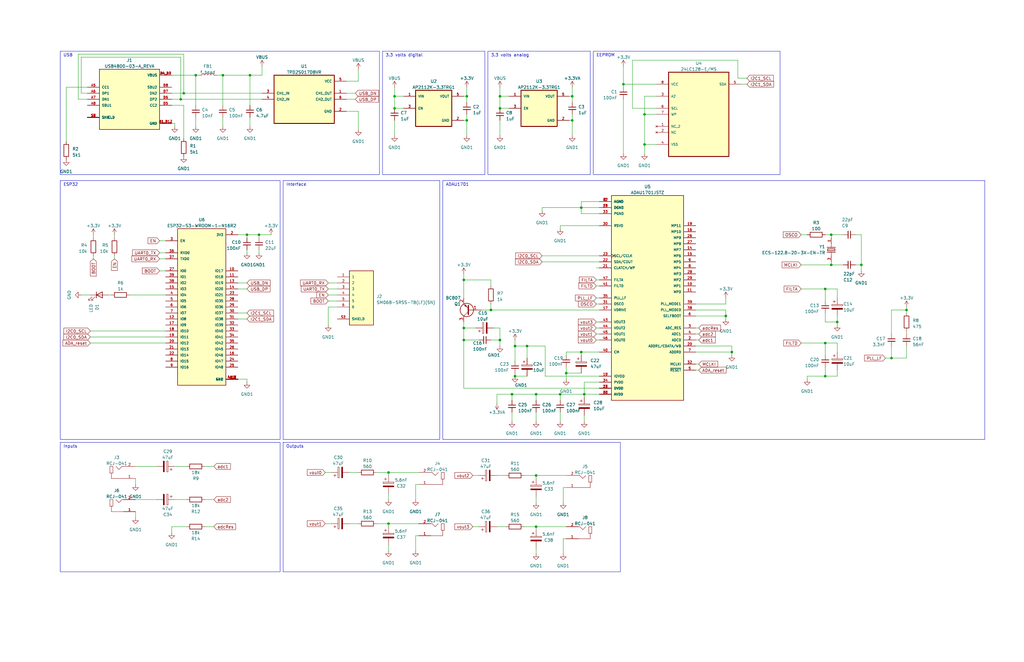
<source format=kicad_sch>
(kicad_sch (version 20230121) (generator eeschema)
  (paper "User" 431.8 279.4)
  (title_block (title "EasyDSP mainboard v0.1"))
  (junction (at 382.27 130.81))
  (junction (at 222.25 146.05))
  (junction (at 207.01 130.81))
  (junction (at 238.76 157.48))
  (junction (at 347.98 144.78))
  (junction (at 226.06 222.25))
  (junction (at 245.11 87.63))
  (junction (at 347.98 158.75))
  (junction (at 226.06 166.37))
  (junction (at 353.06 135.89))
  (junction (at 271.78 48.26))
  (junction (at 271.78 60.96))
  (junction (at 241.3 40.64))
  (junction (at 166.37 45.72))
  (junction (at 245.11 148.59))
  (junction (at 350.52 99.06))
  (junction (at 163.83 199.39))
  (junction (at 166.37 40.64))
  (junction (at 308.61 148.59))
  (junction (at 195.58 118.11))
  (junction (at 210.82 45.72))
  (junction (at 82.55 31.75))
  (junction (at 347.98 121.92))
  (junction (at 77.47 39.37))
  (junction (at 236.22 166.37))
  (junction (at 226.06 200.66))
  (junction (at 195.58 138.43))
  (junction (at 195.58 143.51))
  (junction (at 306.07 133.35))
  (junction (at 93.98 31.75))
  (junction (at 210.82 40.64))
  (junction (at 363.22 111.76))
  (junction (at 105.41 31.75))
  (junction (at 217.17 146.05))
  (junction (at 163.83 220.98))
  (junction (at 241.3 50.8))
  (junction (at 217.17 158.75))
  (junction (at 109.22 99.06))
  (junction (at 196.85 50.8))
  (junction (at 210.82 143.51))
  (junction (at 215.9 166.37))
  (junction (at 104.14 99.06))
  (junction (at 350.52 111.76))
  (junction (at 246.38 166.37))
  (junction (at 375.92 151.13))
  (junction (at 196.85 40.64))
  (junction (at 76.2 41.91))
  (junction (at 262.89 35.56))
  (wire (pts (xy 72.39 41.91) (xy 76.2 41.91)))
  (wire (pts (xy 57.15 215.9) (xy 57.15 218.44)))
  (wire (pts (xy 347.98 121.92) (xy 347.98 127)))
  (wire (pts (xy 337.82 111.76) (xy 350.52 111.76)))
  (wire (pts (xy 34.29 39.37) (xy 34.29 24.13)))
  (wire (pts (xy 209.55 170.18) (xy 209.55 166.37)))
  (wire (pts (xy 210.82 36.83) (xy 210.82 40.64)))
  (wire (pts (xy 67.31 114.3) (xy 69.85 114.3)))
  (wire (pts (xy 195.58 135.89) (xy 195.58 138.43)))
  (wire (pts (xy 138.43 124.46) (xy 142.24 124.46)))
  (wire (pts (xy 100.33 119.38) (xy 104.14 119.38)))
  (wire (pts (xy 158.75 199.39) (xy 163.83 199.39)))
  (wire (pts (xy 207.01 118.11) (xy 195.58 118.11)))
  (wire (pts (xy 363.22 111.76) (xy 363.22 114.3)))
  (wire (pts (xy 236.22 166.37) (xy 236.22 168.91)))
  (wire (pts (xy 347.98 154.94) (xy 347.98 158.75)))
  (wire (pts (xy 73.66 210.82) (xy 78.74 210.82)))
  (wire (pts (xy 228.6 87.63) (xy 228.6 88.9)))
  (wire (pts (xy 363.22 99.06) (xy 363.22 111.76)))
  (wire (pts (xy 82.55 31.75) (xy 83.82 31.75)))
  (wire (pts (xy 241.3 40.64) (xy 241.3 43.18)))
  (wire (pts (xy 350.52 111.76) (xy 355.6 111.76)))
  (wire (pts (xy 207.01 128.27) (xy 207.01 130.81)))
  (wire (pts (xy 241.3 50.8) (xy 241.3 57.15)))
  (wire (pts (xy 195.58 138.43) (xy 195.58 143.51)))
  (wire (pts (xy 306.07 125.73) (xy 306.07 128.27)))
  (wire (pts (xy 195.58 118.11) (xy 195.58 125.73)))
  (wire (pts (xy 236.22 95.25) (xy 252.73 95.25)))
  (wire (pts (xy 238.76 148.59) (xy 245.11 148.59)))
  (wire (pts (xy 382.27 139.7) (xy 382.27 140.97)))
  (wire (pts (xy 217.17 158.75) (xy 222.25 158.75)))
  (wire (pts (xy 215.9 173.99) (xy 215.9 177.8)))
  (wire (pts (xy 245.11 85.09) (xy 245.11 87.63)))
  (wire (pts (xy 163.83 220.98) (xy 176.53 220.98)))
  (wire (pts (xy 222.25 146.05) (xy 222.25 151.13)))
  (wire (pts (xy 222.25 146.05) (xy 217.17 146.05)))
  (wire (pts (xy 207.01 118.11) (xy 207.01 120.65)))
  (wire (pts (xy 293.37 133.35) (xy 306.07 133.35)))
  (wire (pts (xy 353.06 144.78) (xy 347.98 144.78)))
  (wire (pts (xy 238.76 149.86) (xy 238.76 148.59)))
  (wire (pts (xy 105.41 31.75) (xy 105.41 44.45)))
  (wire (pts (xy 210.82 40.64) (xy 210.82 45.72)))
  (wire (pts (xy 246.38 167.64) (xy 246.38 166.37)))
  (wire (pts (xy 228.6 107.95) (xy 252.73 107.95)))
  (wire (pts (xy 93.98 31.75) (xy 105.41 31.75)))
  (wire (pts (xy 276.86 45.72) (xy 266.7 45.72)))
  (wire (pts (xy 306.07 130.81) (xy 306.07 133.35)))
  (wire (pts (xy 350.52 99.06) (xy 355.6 99.06)))
  (wire (pts (xy 353.06 135.89) (xy 347.98 135.89)))
  (wire (pts (xy 195.58 143.51) (xy 195.58 163.83)))
  (wire (pts (xy 195.58 50.8) (xy 196.85 50.8)))
  (wire (pts (xy 76.2 24.13) (xy 76.2 41.91)))
  (wire (pts (xy 262.89 64.77) (xy 262.89 41.91)))
  (wire (pts (xy 245.11 157.48) (xy 238.76 157.48)))
  (wire (pts (xy 207.01 130.81) (xy 252.73 130.81)))
  (wire (pts (xy 175.26 232.41) (xy 175.26 226.06)))
  (wire (pts (xy 293.37 140.97) (xy 294.64 140.97)))
  (wire (pts (xy 347.98 144.78) (xy 347.98 149.86)))
  (wire (pts (xy 210.82 143.51) (xy 210.82 146.05)))
  (wire (pts (xy 375.92 151.13) (xy 375.92 146.05)))
  (wire (pts (xy 138.43 129.54) (xy 142.24 129.54)))
  (wire (pts (xy 104.14 105.41) (xy 104.14 106.68)))
  (wire (pts (xy 217.17 146.05) (xy 217.17 152.4)))
  (wire (pts (xy 217.17 157.48) (xy 217.17 158.75)))
  (wire (pts (xy 138.43 137.16) (xy 138.43 129.54)))
  (wire (pts (xy 226.06 209.55) (xy 226.06 212.09)))
  (wire (pts (xy 353.06 156.21) (xy 353.06 158.75)))
  (wire (pts (xy 82.55 49.53) (xy 82.55 53.34)))
  (wire (pts (xy 347.98 99.06) (xy 350.52 99.06)))
  (wire (pts (xy 238.76 154.94) (xy 238.76 157.48)))
  (wire (pts (xy 163.83 229.87) (xy 163.83 232.41)))
  (wire (pts (xy 163.83 199.39) (xy 176.53 199.39)))
  (wire (pts (xy 100.33 121.92) (xy 104.14 121.92)))
  (wire (pts (xy 175.26 204.47) (xy 176.53 204.47)))
  (wire (pts (xy 220.98 222.25) (xy 226.06 222.25)))
  (wire (pts (xy 73.66 52.07) (xy 73.66 53.34)))
  (wire (pts (xy 210.82 138.43) (xy 210.82 143.51)))
  (wire (pts (xy 73.66 196.85) (xy 78.74 196.85)))
  (wire (pts (xy 86.36 210.82) (xy 90.17 210.82)))
  (wire (pts (xy 86.36 196.85) (xy 90.17 196.85)))
  (wire (pts (xy 245.11 85.09) (xy 252.73 85.09)))
  (wire (pts (xy 251.46 118.11) (xy 252.73 118.11)))
  (wire (pts (xy 36.83 39.37) (xy 34.29 39.37)))
  (wire (pts (xy 199.39 200.66) (xy 201.93 200.66)))
  (wire (pts (xy 138.43 119.38) (xy 142.24 119.38)))
  (wire (pts (xy 271.78 48.26) (xy 271.78 60.96)))
  (wire (pts (xy 375.92 140.97) (xy 375.92 130.81)))
  (wire (pts (xy 72.39 44.45) (xy 77.47 44.45)))
  (wire (pts (xy 57.15 201.93) (xy 57.15 204.47)))
  (wire (pts (xy 93.98 49.53) (xy 93.98 53.34)))
  (wire (pts (xy 251.46 128.27) (xy 252.73 128.27)))
  (wire (pts (xy 262.89 35.56) (xy 276.86 35.56)))
  (wire (pts (xy 214.63 45.72) (xy 210.82 45.72)))
  (wire (pts (xy 262.89 27.94) (xy 262.89 35.56)))
  (wire (pts (xy 241.3 36.83) (xy 241.3 40.64)))
  (wire (pts (xy 196.85 40.64) (xy 196.85 43.18)))
  (wire (pts (xy 38.1 142.24) (xy 69.85 142.24)))
  (wire (pts (xy 251.46 140.97) (xy 252.73 140.97)))
  (wire (pts (xy 226.06 166.37) (xy 226.06 168.91)))
  (wire (pts (xy 246.38 166.37) (xy 236.22 166.37)))
  (wire (pts (xy 57.15 210.82) (xy 66.04 210.82)))
  (wire (pts (xy 203.2 130.81) (xy 207.01 130.81)))
  (wire (pts (xy 237.49 212.09) (xy 237.49 205.74)))
  (wire (pts (xy 311.15 25.4) (xy 311.15 33.02)))
  (wire (pts (xy 226.06 222.25) (xy 238.76 222.25)))
  (wire (pts (xy 109.22 99.06) (xy 114.3 99.06)))
  (wire (pts (xy 195.58 115.57) (xy 195.58 118.11)))
  (wire (pts (xy 36.83 41.91) (xy 33.02 41.91)))
  (wire (pts (xy 199.39 222.25) (xy 201.93 222.25)))
  (wire (pts (xy 245.11 87.63) (xy 252.73 87.63)))
  (wire (pts (xy 229.87 158.75) (xy 229.87 146.05)))
  (wire (pts (xy 293.37 153.67) (xy 294.64 153.67)))
  (wire (pts (xy 337.82 99.06) (xy 340.36 99.06)))
  (wire (pts (xy 196.85 48.26) (xy 196.85 50.8)))
  (wire (pts (xy 308.61 148.59) (xy 308.61 149.86)))
  (wire (pts (xy 353.06 133.35) (xy 353.06 135.89)))
  (wire (pts (xy 271.78 40.64) (xy 271.78 48.26)))
  (wire (pts (xy 252.73 158.75) (xy 229.87 158.75)))
  (wire (pts (xy 293.37 128.27) (xy 306.07 128.27)))
  (wire (pts (xy 226.06 200.66) (xy 226.06 201.93)))
  (wire (pts (xy 251.46 120.65) (xy 252.73 120.65)))
  (wire (pts (xy 195.58 163.83) (xy 252.73 163.83)))
  (wire (pts (xy 251.46 138.43) (xy 252.73 138.43)))
  (wire (pts (xy 226.06 231.14) (xy 226.06 233.68)))
  (wire (pts (xy 311.15 33.02) (xy 314.96 33.02)))
  (wire (pts (xy 100.33 132.08) (xy 104.14 132.08)))
  (wire (pts (xy 240.03 40.64) (xy 241.3 40.64)))
  (wire (pts (xy 237.49 205.74) (xy 238.76 205.74)))
  (wire (pts (xy 293.37 156.21) (xy 294.64 156.21)))
  (wire (pts (xy 228.6 110.49) (xy 252.73 110.49)))
  (wire (pts (xy 147.32 220.98) (xy 151.13 220.98)))
  (wire (pts (xy 33.02 41.91) (xy 33.02 22.86)))
  (wire (pts (xy 353.06 121.92) (xy 347.98 121.92)))
  (wire (pts (xy 38.1 124.46) (xy 34.29 124.46)))
  (wire (pts (xy 34.29 24.13) (xy 76.2 24.13)))
  (wire (pts (xy 86.36 222.25) (xy 90.17 222.25)))
  (wire (pts (xy 36.83 36.83) (xy 27.94 36.83)))
  (wire (pts (xy 82.55 31.75) (xy 82.55 44.45)))
  (wire (pts (xy 293.37 146.05) (xy 308.61 146.05)))
  (wire (pts (xy 170.18 40.64) (xy 166.37 40.64)))
  (wire (pts (xy 57.15 196.85) (xy 66.04 196.85)))
  (wire (pts (xy 104.14 160.02) (xy 104.14 161.29)))
  (wire (pts (xy 175.26 226.06) (xy 176.53 226.06)))
  (wire (pts (xy 105.41 31.75) (xy 110.49 31.75)))
  (wire (pts (xy 241.3 48.26) (xy 241.3 50.8)))
  (wire (pts (xy 340.36 158.75) (xy 340.36 160.02)))
  (wire (pts (xy 251.46 125.73) (xy 252.73 125.73)))
  (wire (pts (xy 166.37 36.83) (xy 166.37 40.64)))
  (wire (pts (xy 151.13 46.99) (xy 146.05 46.99)))
  (wire (pts (xy 350.52 111.76) (xy 350.52 110.49)))
  (wire (pts (xy 175.26 210.82) (xy 175.26 204.47)))
  (wire (pts (xy 360.68 99.06) (xy 363.22 99.06)))
  (wire (pts (xy 109.22 99.06) (xy 109.22 100.33)))
  (wire (pts (xy 209.55 200.66) (xy 213.36 200.66)))
  (wire (pts (xy 245.11 87.63) (xy 245.11 90.17)))
  (wire (pts (xy 252.73 90.17) (xy 245.11 90.17)))
  (wire (pts (xy 151.13 29.21) (xy 151.13 34.29)))
  (wire (pts (xy 163.83 199.39) (xy 163.83 200.66)))
  (wire (pts (xy 163.83 208.28) (xy 163.83 210.82)))
  (wire (pts (xy 245.11 87.63) (xy 228.6 87.63)))
  (wire (pts (xy 347.98 132.08) (xy 347.98 135.89)))
  (wire (pts (xy 226.06 173.99) (xy 226.06 177.8)))
  (wire (pts (xy 67.31 106.68) (xy 69.85 106.68)))
  (wire (pts (xy 210.82 50.8) (xy 210.82 57.15)))
  (wire (pts (xy 251.46 135.89) (xy 252.73 135.89)))
  (wire (pts (xy 293.37 130.81) (xy 306.07 130.81)))
  (wire (pts (xy 73.66 52.07) (xy 72.39 52.07)))
  (wire (pts (xy 100.33 134.62) (xy 104.14 134.62)))
  (wire (pts (xy 91.44 31.75) (xy 93.98 31.75)))
  (wire (pts (xy 252.73 148.59) (xy 245.11 148.59)))
  (wire (pts (xy 276.86 40.64) (xy 271.78 40.64)))
  (wire (pts (xy 195.58 40.64) (xy 196.85 40.64)))
  (wire (pts (xy 100.33 99.06) (xy 104.14 99.06)))
  (wire (pts (xy 67.31 101.6) (xy 69.85 101.6)))
  (wire (pts (xy 266.7 45.72) (xy 266.7 25.4)))
  (wire (pts (xy 245.11 148.59) (xy 245.11 149.86)))
  (wire (pts (xy 246.38 161.29) (xy 252.73 161.29)))
  (wire (pts (xy 100.33 160.02) (xy 104.14 160.02)))
  (wire (pts (xy 353.06 125.73) (xy 353.06 121.92)))
  (wire (pts (xy 373.38 151.13) (xy 375.92 151.13)))
  (wire (pts (xy 306.07 133.35) (xy 306.07 134.62)))
  (wire (pts (xy 67.31 109.22) (xy 69.85 109.22)))
  (wire (pts (xy 93.98 31.75) (xy 93.98 44.45)))
  (wire (pts (xy 137.16 199.39) (xy 139.7 199.39)))
  (wire (pts (xy 240.03 50.8) (xy 241.3 50.8)))
  (wire (pts (xy 293.37 138.43) (xy 294.64 138.43)))
  (wire (pts (xy 138.43 121.92) (xy 142.24 121.92)))
  (wire (pts (xy 77.47 39.37) (xy 110.49 39.37)))
  (wire (pts (xy 46.99 124.46) (xy 45.72 124.46)))
  (wire (pts (xy 158.75 220.98) (xy 163.83 220.98)))
  (wire (pts (xy 271.78 60.96) (xy 276.86 60.96)))
  (wire (pts (xy 151.13 46.99) (xy 151.13 54.61)))
  (wire (pts (xy 48.26 99.06) (xy 48.26 100.33)))
  (wire (pts (xy 236.22 173.99) (xy 236.22 177.8)))
  (wire (pts (xy 38.1 139.7) (xy 69.85 139.7)))
  (wire (pts (xy 246.38 161.29) (xy 246.38 166.37)))
  (wire (pts (xy 347.98 158.75) (xy 353.06 158.75)))
  (wire (pts (xy 77.47 22.86) (xy 77.47 39.37)))
  (wire (pts (xy 166.37 40.64) (xy 166.37 45.72)))
  (wire (pts (xy 382.27 146.05) (xy 382.27 151.13)))
  (wire (pts (xy 251.46 143.51) (xy 252.73 143.51)))
  (wire (pts (xy 246.38 166.37) (xy 252.73 166.37)))
  (wire (pts (xy 382.27 151.13) (xy 375.92 151.13)))
  (wire (pts (xy 146.05 39.37) (xy 149.86 39.37)))
  (wire (pts (xy 163.83 220.98) (xy 163.83 222.25)))
  (wire (pts (xy 207.01 143.51) (xy 210.82 143.51)))
  (wire (pts (xy 208.28 138.43) (xy 210.82 138.43)))
  (wire (pts (xy 271.78 48.26) (xy 276.86 48.26)))
  (wire (pts (xy 72.39 224.79) (xy 72.39 222.25)))
  (wire (pts (xy 138.43 127) (xy 142.24 127)))
  (wire (pts (xy 262.89 35.56) (xy 262.89 36.83)))
  (wire (pts (xy 110.49 27.94) (xy 110.49 31.75)))
  (wire (pts (xy 48.26 107.95) (xy 48.26 109.22)))
  (wire (pts (xy 229.87 146.05) (xy 222.25 146.05)))
  (wire (pts (xy 353.06 148.59) (xy 353.06 144.78)))
  (wire (pts (xy 72.39 31.75) (xy 82.55 31.75)))
  (wire (pts (xy 293.37 148.59) (xy 308.61 148.59)))
  (wire (pts (xy 104.14 99.06) (xy 104.14 100.33)))
  (wire (pts (xy 151.13 34.29) (xy 146.05 34.29)))
  (wire (pts (xy 375.92 130.81) (xy 382.27 130.81)))
  (wire (pts (xy 72.39 222.25) (xy 78.74 222.25)))
  (wire (pts (xy 347.98 158.75) (xy 340.36 158.75)))
  (wire (pts (xy 147.32 199.39) (xy 151.13 199.39)))
  (wire (pts (xy 237.49 233.68) (xy 237.49 227.33)))
  (wire (pts (xy 350.52 100.33) (xy 350.52 99.06)))
  (wire (pts (xy 238.76 157.48) (xy 238.76 160.02)))
  (wire (pts (xy 308.61 146.05) (xy 308.61 148.59)))
  (wire (pts (xy 195.58 138.43) (xy 200.66 138.43)))
  (wire (pts (xy 236.22 95.25) (xy 236.22 96.52)))
  (wire (pts (xy 217.17 143.51) (xy 217.17 146.05)))
  (wire (pts (xy 196.85 36.83) (xy 196.85 40.64)))
  (wire (pts (xy 237.49 227.33) (xy 238.76 227.33)))
  (wire (pts (xy 266.7 25.4) (xy 311.15 25.4)))
  (wire (pts (xy 33.02 22.86) (xy 77.47 22.86)))
  (wire (pts (xy 195.58 143.51) (xy 201.93 143.51)))
  (wire (pts (xy 39.37 99.06) (xy 39.37 100.33)))
  (wire (pts (xy 77.47 44.45) (xy 77.47 58.42)))
  (wire (pts (xy 215.9 166.37) (xy 215.9 168.91)))
  (wire (pts (xy 226.06 200.66) (xy 238.76 200.66)))
  (wire (pts (xy 146.05 41.91) (xy 149.86 41.91)))
  (wire (pts (xy 54.61 124.46) (xy 69.85 124.46)))
  (wire (pts (xy 337.82 121.92) (xy 347.98 121.92)))
  (wire (pts (xy 76.2 41.91) (xy 110.49 41.91)))
  (wire (pts (xy 246.38 175.26) (xy 246.38 177.8)))
  (wire (pts (xy 293.37 143.51) (xy 294.64 143.51)))
  (wire (pts (xy 104.14 99.06) (xy 109.22 99.06)))
  (wire (pts (xy 27.94 36.83) (xy 27.94 59.69)))
  (wire (pts (xy 312.42 35.56) (xy 314.96 35.56)))
  (wire (pts (xy 236.22 166.37) (xy 226.06 166.37)))
  (wire (pts (xy 109.22 105.41) (xy 109.22 106.68)))
  (wire (pts (xy 226.06 166.37) (xy 215.9 166.37)))
  (wire (pts (xy 166.37 50.8) (xy 166.37 57.15)))
  (wire (pts (xy 137.16 220.98) (xy 139.7 220.98)))
  (wire (pts (xy 226.06 222.25) (xy 226.06 223.52)))
  (wire (pts (xy 360.68 111.76) (xy 363.22 111.76)))
  (wire (pts (xy 72.39 39.37) (xy 77.47 39.37)))
  (wire (pts (xy 353.06 135.89) (xy 353.06 137.16)))
  (wire (pts (xy 382.27 129.54) (xy 382.27 130.81)))
  (wire (pts (xy 337.82 144.78) (xy 347.98 144.78)))
  (wire (pts (xy 105.41 49.53) (xy 105.41 53.34)))
  (wire (pts (xy 196.85 50.8) (xy 196.85 57.15)))
  (wire (pts (xy 209.55 222.25) (xy 213.36 222.25)))
  (wire (pts (xy 382.27 130.81) (xy 382.27 132.08)))
  (wire (pts (xy 271.78 60.96) (xy 271.78 64.77)))
  (wire (pts (xy 220.98 200.66) (xy 226.06 200.66)))
  (wire (pts (xy 251.46 113.03) (xy 252.73 113.03)))
  (wire (pts (xy 38.1 144.78) (xy 69.85 144.78)))
  (wire (pts (xy 39.37 107.95) (xy 39.37 109.22)))
  (wire (pts (xy 214.63 40.64) (xy 210.82 40.64)))
  (wire (pts (xy 170.18 45.72) (xy 166.37 45.72)))
  (wire (pts (xy 215.9 166.37) (xy 209.55 166.37)))
  (rectangle (start 205.74 21.59) (end 248.92 73.66))
  (rectangle (start 119.38 76.2) (end 185.42 185.42))
  (rectangle (start 186.69 76.2) (end 415.29 185.42))
  (rectangle (start 119.38 186.69) (end 261.62 241.3))
  (rectangle (start 25.4 76.2) (end 118.11 185.42))
  (rectangle (start 25.4 186.69) (end 118.11 241.3))
  (rectangle (start 25.4 21.59) (end 160.02 73.66))
  (rectangle (start 161.29 21.59) (end 204.47 73.66))
  (rectangle (start 250.19 21.59) (end 328.93 73.66))
  (text "Interface" (at 120.65 78.74 0) (effects (font (size 1.27 1.27)) (justify left bottom)))
  (text "Inputs" (at 26.67 189.23 0) (effects (font (size 1.27 1.27)) (justify left bottom)))
  (text "Outputs" (at 120.65 189.23 0) (effects (font (size 1.27 1.27)) (justify left bottom)))
  (text "ADAU1701" (at 187.96 78.74 0) (effects (font (size 1.27 1.27)) (justify left bottom)))
  (text "3.3 volts analog" (at 207.01 24.13 0) (effects (font (size 1.27 1.27)) (justify left bottom)))
  (text "3.3 volts digital" (at 162.56 24.13 0) (effects (font (size 1.27 1.27)) (justify left bottom)))
  (text "EEPROM" (at 251.46 24.13 0) (effects (font (size 1.27 1.27)) (justify left bottom)))
  (text "ESP32" (at 26.67 78.74 0) (effects (font (size 1.27 1.27)) (justify left bottom)))
  (text "USB" (at 26.67 24.13 0) (effects (font (size 1.27 1.27)) (justify left bottom)))
  (global_label "PLL_LF" (shape input) (at 251.46 125.73 180) (property "Intersheetrefs" "${INTERSHEET_REFS}" (effects hide)))
  (global_label "adc2" (shape input) (at 294.64 140.97 0) (property "Intersheetrefs" "${INTERSHEET_REFS}" (effects hide)))
  (global_label "USB_DN" (shape input) (at 149.86 39.37 0) (property "Intersheetrefs" "${INTERSHEET_REFS}" (effects hide)))
  (global_label "ADA_reset" (shape input) (at 294.64 156.21 0) (property "Intersheetrefs" "${INTERSHEET_REFS}" (effects hide)))
  (global_label "EN" (shape input) (at 48.26 109.22 270) (property "Intersheetrefs" "${INTERSHEET_REFS}" (effects hide)))
  (global_label "I2C1_SDA" (shape input) (at 314.96 35.56 0) (property "Intersheetrefs" "${INTERSHEET_REFS}" (effects hide)))
  (global_label "I2C0_SDA" (shape input) (at 228.6 110.49 180) (property "Intersheetrefs" "${INTERSHEET_REFS}" (effects hide)))
  (global_label "UART0_RX" (shape input) (at 138.43 119.38 180) (property "Intersheetrefs" "${INTERSHEET_REFS}" (effects hide)))
  (global_label "UART0_RX" (shape input) (at 67.31 109.22 180) (property "Intersheetrefs" "${INTERSHEET_REFS}" (effects hide)))
  (global_label "I2C1_SCL" (shape input) (at 104.14 132.08 0) (property "Intersheetrefs" "${INTERSHEET_REFS}" (effects hide)))
  (global_label "USB_DP" (shape input) (at 149.86 41.91 0) (property "Intersheetrefs" "${INTERSHEET_REFS}" (effects hide)))
  (global_label "ADA_reset" (shape input) (at 38.1 144.78 180) (property "Intersheetrefs" "${INTERSHEET_REFS}" (effects hide)))
  (global_label "USB_DN" (shape input) (at 104.14 119.38 0) (property "Intersheetrefs" "${INTERSHEET_REFS}" (effects hide)))
  (global_label "MCLKI" (shape input) (at 294.64 153.67 0) (property "Intersheetrefs" "${INTERSHEET_REFS}" (effects hide)))
  (global_label "I2C1_SDA" (shape input) (at 104.14 134.62 0) (property "Intersheetrefs" "${INTERSHEET_REFS}" (effects hide)))
  (global_label "BOOT" (shape input) (at 39.37 109.22 270) (property "Intersheetrefs" "${INTERSHEET_REFS}" (effects hide)))
  (global_label "FILTD" (shape input) (at 251.46 120.65 180) (property "Intersheetrefs" "${INTERSHEET_REFS}" (effects hide)))
  (global_label "vout0" (shape input) (at 251.46 143.51 180) (property "Intersheetrefs" "${INTERSHEET_REFS}" (effects hide)))
  (global_label "adc1" (shape input) (at 90.17 196.85 0) (property "Intersheetrefs" "${INTERSHEET_REFS}" (effects hide)))
  (global_label "PLL_LF" (shape input) (at 373.38 151.13 180) (property "Intersheetrefs" "${INTERSHEET_REFS}" (effects hide)))
  (global_label "vout2" (shape input) (at 251.46 138.43 180) (property "Intersheetrefs" "${INTERSHEET_REFS}" (effects hide)))
  (global_label "MCLKI" (shape input) (at 337.82 111.76 180) (property "Intersheetrefs" "${INTERSHEET_REFS}" (effects hide)))
  (global_label "BOOT" (shape input) (at 67.31 114.3 180) (property "Intersheetrefs" "${INTERSHEET_REFS}" (effects hide)))
  (global_label "adc2" (shape input) (at 90.17 210.82 0) (property "Intersheetrefs" "${INTERSHEET_REFS}" (effects hide)))
  (global_label "FILTA" (shape input) (at 337.82 121.92 180) (property "Intersheetrefs" "${INTERSHEET_REFS}" (effects hide)))
  (global_label "vout0" (shape input) (at 137.16 199.39 180) (property "Intersheetrefs" "${INTERSHEET_REFS}" (effects hide)))
  (global_label "FILTD" (shape input) (at 337.82 144.78 180) (property "Intersheetrefs" "${INTERSHEET_REFS}" (effects hide)))
  (global_label "vout1" (shape input) (at 251.46 140.97 180) (property "Intersheetrefs" "${INTERSHEET_REFS}" (effects hide)))
  (global_label "USB_DP" (shape input) (at 104.14 121.92 0) (property "Intersheetrefs" "${INTERSHEET_REFS}" (effects hide)))
  (global_label "OSCO" (shape input) (at 251.46 128.27 180) (property "Intersheetrefs" "${INTERSHEET_REFS}" (effects hide)))
  (global_label "EN" (shape input) (at 138.43 124.46 180) (property "Intersheetrefs" "${INTERSHEET_REFS}" (effects hide)))
  (global_label "adcRes" (shape input) (at 90.17 222.25 0) (property "Intersheetrefs" "${INTERSHEET_REFS}" (effects hide)))
  (global_label "vout1" (shape input) (at 137.16 220.98 180) (property "Intersheetrefs" "${INTERSHEET_REFS}" (effects hide)))
  (global_label "FILTA" (shape input) (at 251.46 118.11 180) (property "Intersheetrefs" "${INTERSHEET_REFS}" (effects hide)))
  (global_label "UART0_TX" (shape input) (at 67.31 106.68 180) (property "Intersheetrefs" "${INTERSHEET_REFS}" (effects hide)))
  (global_label "I2C0_SDA" (shape input) (at 38.1 142.24 180) (property "Intersheetrefs" "${INTERSHEET_REFS}" (effects hide)))
  (global_label "vout3" (shape input) (at 251.46 135.89 180) (property "Intersheetrefs" "${INTERSHEET_REFS}" (effects hide)))
  (global_label "OSCO" (shape input) (at 337.82 99.06 180) (property "Intersheetrefs" "${INTERSHEET_REFS}" (effects hide)))
  (global_label "I2C1_SCL" (shape input) (at 314.96 33.02 0) (property "Intersheetrefs" "${INTERSHEET_REFS}" (effects hide)))
  (global_label "I2C0_SCL" (shape input) (at 38.1 139.7 180) (property "Intersheetrefs" "${INTERSHEET_REFS}" (effects hide)))
  (global_label "BOOT" (shape input) (at 138.43 127 180) (property "Intersheetrefs" "${INTERSHEET_REFS}" (effects hide)))
  (global_label "EN" (shape input) (at 67.31 101.6 180) (property "Intersheetrefs" "${INTERSHEET_REFS}" (effects hide)))
  (global_label "I2C0_SCL" (shape input) (at 228.6 107.95 180) (property "Intersheetrefs" "${INTERSHEET_REFS}" (effects hide)))
  (global_label "adc1" (shape input) (at 294.64 143.51 0) (property "Intersheetrefs" "${INTERSHEET_REFS}" (effects hide)))
  (global_label "vout2" (shape input) (at 199.39 200.66 180) (property "Intersheetrefs" "${INTERSHEET_REFS}" (effects hide)))
  (global_label "UART0_TX" (shape input) (at 138.43 121.92 180) (property "Intersheetrefs" "${INTERSHEET_REFS}" (effects hide)))
  (global_label "vout3" (shape input) (at 199.39 222.25 180) (property "Intersheetrefs" "${INTERSHEET_REFS}" (effects hide)))
  (global_label "adcRes" (shape input) (at 294.64 138.43 0) (property "Intersheetrefs" "${INTERSHEET_REFS}" (effects hide)))
  (symbol (lib_id "Device:C_Polarized") (at 222.25 154.94 0) (unit 1)
    (property "Reference" "C24" (at 224.79 153.67 0) (effects (justify left)))
    (property "Value" "10uF" (at 224.79 156.21 0) (effects (justify left)))
    (property "Footprint" "Capacitor_Tantalum_SMD:CP_EIA-1608-08_AVX-J" (effects hide))
  )
  (symbol (lib_id "power:GND1") (at 246.38 177.8 0) (unit 1)
    (property "Reference" "#PWR047" (effects hide))
    (property "Value" "GND1" (at 246.38 182.88 0))
  )
  (symbol (lib_id "power:+3.3V") (at 306.07 125.73 0) (unit 1)
    (property "Reference" "#PWR031" (effects hide))
    (property "Value" "+3.3V" (at 306.07 121.92 0))
  )
  (symbol (lib_id "Device:C_Polarized") (at 205.74 200.66 90) (unit 1)
    (property "Reference" "C31" (at 204.851 194.31 90))
    (property "Value" "47uF" (at 204.851 196.85 90))
    (property "Footprint" "Capacitor_SMD:CP_Elec_5x4.5" (effects hide))
  )
  (symbol (lib_id "power:GND1") (at 163.83 232.41 0) (unit 1)
    (property "Reference" "#PWR055" (effects hide))
    (property "Value" "GND1" (at 163.83 237.49 0))
  )
  (symbol (lib_id "ECS-122.8-20-3X-EN-TR:ECS-122.8-20-3X-EN-TR") (at 350.52 105.41 270) (unit 1)
    (property "Reference" "Y1" (at 345.44 104.14 90) (effects (justify left)))
    (property "Value" "ECS-122.8-20-3X-EN-TR" (at 321.31 106.68 90) (effects (justify left)))
    (property "Footprint" "XTAL_ECS-122.8-20-3X-EN-TR" (effects hide))
    (property "PARTREV" "2017" (effects hide))
    (property "MANUFACTURER" "ECS INC." (effects hide))
    (property "STANDARD" "Manufacturer recommendations" (effects hide))
  )
  (symbol (lib_id "power:GND1") (at 72.39 224.79 0) (unit 1)
    (property "Reference" "#PWR054" (effects hide))
    (property "Value" "GND1" (at 72.39 229.87 0))
  )
  (symbol (lib_id "power:GND1") (at 175.26 232.41 0) (unit 1)
    (property "Reference" "#PWR056" (effects hide))
    (property "Value" "GND1" (at 175.26 237.49 0))
  )
  (symbol (lib_id "power:GND1") (at 363.22 114.3 0) (unit 1)
    (property "Reference" "#PWR028" (effects hide))
    (property "Value" "GND1" (at 363.22 119.38 0))
  )
  (symbol (lib_id "power:+3.3V") (at 114.3 99.06 0) (unit 1)
    (property "Reference" "#PWR025" (effects hide))
    (property "Value" "+3.3V" (at 114.3 95.25 0))
  )
  (symbol (lib_id "AP2112K-3.3TRG1:AP2112K-3.3TRG1") (at 182.88 45.72 0) (unit 1)
    (property "Reference" "U2" (at 182.88 34.29 0))
    (property "Value" "AP2112K-3.3TRG1" (at 182.88 36.83 0))
    (property "Footprint" "SOT95P285X140-5N" (effects hide))
    (property "PARTREV" "2-2" (effects hide))
    (property "MANUFACTURER" "Diodes Inc." (effects hide))
  )
  (symbol (lib_id "power:GND1") (at 104.14 106.68 0) (unit 1)
    (property "Reference" "#PWR026" (effects hide))
    (property "Value" "GND1" (at 104.14 111.76 0))
  )
  (symbol (lib_id "Device:R") (at 77.47 62.23 0) (unit 1)
    (property "Reference" "R1" (at 80.01 61.595 0) (effects (justify left)))
    (property "Value" "5k1" (at 80.01 64.135 0) (effects (justify left)))
    (property "Footprint" "Resistor_SMD:R_0603_1608Metric" (effects hide))
  )
  (symbol (lib_id "Device:C_Small") (at 347.98 129.54 0) (mirror y) (unit 1)
    (property "Reference" "C13" (at 345.44 128.9113 0) (effects (justify left)))
    (property "Value" "100nF" (at 345.44 131.4513 0) (effects (justify left)))
    (property "Footprint" "Capacitor_SMD:C_0603_1608Metric" (effects hide))
  )
  (symbol (lib_id "Device:R") (at 382.27 135.89 0) (unit 1)
    (property "Reference" "R8" (at 384.81 135.255 0) (effects (justify left)))
    (property "Value" "475" (at 384.81 137.795 0) (effects (justify left)))
    (property "Footprint" "Resistor_SMD:R_0603_1608Metric" (effects hide))
  )
  (symbol (lib_id "power:GND1") (at 163.83 210.82 0) (unit 1)
    (property "Reference" "#PWR049" (effects hide))
    (property "Value" "GND1" (at 163.83 215.9 0))
  )
  (symbol (lib_id "TPD2S017DBVR:TPD2S017DBVR") (at 128.27 41.91 0) (unit 1)
    (property "Reference" "U1" (at 128.27 27.94 0))
    (property "Value" "TPD2S017DBVR" (at 128.27 30.48 0))
    (property "Footprint" "SOT95P280X145-6N" (effects hide))
  )
  (symbol (lib_id "power:GND1") (at 215.9 177.8 0) (unit 1)
    (property "Reference" "#PWR044" (effects hide))
    (property "Value" "GND1" (at 215.9 182.88 0))
  )
  (symbol (lib_id "24LC128-E_MS:24LC128-E{slash}MS") (at 294.64 45.72 0) (unit 1)
    (property "Reference" "U4" (at 294.64 26.67 0))
    (property "Value" "24LC128-E/MS" (at 294.64 29.21 0))
    (property "Footprint" "SOP65P490X110-8N" (effects hide))
    (property "SUPPLIER" "MICROCHIP" (effects hide))
    (property "OC_FARNELL" "1331325" (effects hide))
    (property "OC_NEWARK" "89C9806" (effects hide))
    (property "MPN" "24LC128-E/MS" (effects hide))
    (property "PACKAGE" "MSOP-8" (effects hide))
  )
  (symbol (lib_id "Device:C_Small") (at 82.55 46.99 0) (unit 1)
    (property "Reference" "C4" (at 85.09 46.3613 0) (effects (justify left)))
    (property "Value" "10nF" (at 85.09 48.9013 0) (effects (justify left)))
    (property "Footprint" "Capacitor_SMD:C_0603_1608Metric" (effects hide))
  )
  (symbol (lib_id "Device:R") (at 48.26 104.14 0) (mirror y) (unit 1)
    (property "Reference" "R5" (at 45.72 103.505 0) (effects (justify left)))
    (property "Value" "10k" (at 45.72 106.045 0) (effects (justify left)))
    (property "Footprint" "Resistor_SMD:R_0603_1608Metric" (effects hide))
  )
  (symbol (lib_id "Device:C_Small") (at 226.06 171.45 0) (unit 1)
    (property "Reference" "C26" (at 228.6 170.8213 0) (effects (justify left)))
    (property "Value" "100nF" (at 228.6 173.3613 0) (effects (justify left)))
    (property "Footprint" "Capacitor_SMD:C_0603_1608Metric" (effects hide))
  )
  (symbol (lib_id "Device:C_Small") (at 358.14 99.06 270) (mirror x) (unit 1)
    (property "Reference" "C9" (at 354.965 95.2437 90) (effects (justify left)))
    (property "Value" "22pF" (at 354.965 92.7037 90) (effects (justify left)))
    (property "Footprint" "Capacitor_SMD:C_0603_1608Metric" (effects hide))
  )
  (symbol (lib_id "power:GND1") (at 196.85 57.15 0) (unit 1)
    (property "Reference" "#PWR014" (effects hide))
    (property "Value" "GND1" (at 196.85 62.23 0))
  )
  (symbol (lib_id "power:VBUS") (at 151.13 29.21 0) (unit 1)
    (property "Reference" "#PWR03" (effects hide))
    (property "Value" "VBUS" (at 151.13 25.4 0))
  )
  (symbol (lib_id "Device:C_Polarized") (at 226.06 205.74 0) (unit 1)
    (property "Reference" "C33" (at 231.394 206.375 0))
    (property "Value" "5.6nF" (at 231.394 203.835 0))
    (property "Footprint" "Capacitor_Tantalum_SMD:CP_EIA-1608-08_AVX-J" (effects hide))
  )
  (symbol (lib_id "Device:C_Polarized") (at 353.06 152.4 0) (unit 1)
    (property "Reference" "C21" (at 355.6 151.13 0) (effects (justify left)))
    (property "Value" "10uF" (at 355.6 153.67 0) (effects (justify left)))
    (property "Footprint" "Capacitor_Tantalum_SMD:CP_EIA-1608-08_AVX-J" (effects hide))
  )
  (symbol (lib_id "Device:C_Small") (at 358.14 111.76 270) (unit 1)
    (property "Reference" "C12" (at 355.6 118.11 90) (effects (justify left)))
    (property "Value" "22pF" (at 355.6 115.57 90) (effects (justify left)))
    (property "Footprint" "Capacitor_SMD:C_0603_1608Metric" (effects hide))
  )
  (symbol (lib_id "power:GND1") (at 238.76 160.02 0) (unit 1)
    (property "Reference" "#PWR040" (effects hide))
    (property "Value" "GND1" (at 238.76 165.1 0))
  )
  (symbol (lib_id "Device:C_Polarized") (at 205.74 222.25 90) (unit 1)
    (property "Reference" "C36" (at 204.851 215.9 90))
    (property "Value" "47uF" (at 204.851 218.44 90))
    (property "Footprint" "Capacitor_SMD:CP_Elec_5x4.5" (effects hide))
  )
  (symbol (lib_id "power:VBUS") (at 166.37 36.83 0) (unit 1)
    (property "Reference" "#PWR04" (effects hide))
    (property "Value" "VBUS" (at 166.37 33.02 0))
  )
  (symbol (lib_id "RCJ-041:RCJ-041") (at 243.84 224.79 0) (mirror y) (unit 1)
    (property "Reference" "J8" (at 246.6975 218.44 0))
    (property "Value" "RCJ-041" (at 246.6975 220.98 0))
    (property "Footprint" "CUI_RCJ-041" (effects hide))
    (property "MF" "CUI Devices" (effects hide))
    (property "DESCRIPTION" "Metal Right-Angle, RCA Jack, Black Housing and Insulation" (effects hide))
    (property "PACKAGE" "None" (effects hide))
    (property "PRICE" "None" (effects hide))
    (property "CUI_PURCHASE_URL" "https://www.cuidevices.com/product/interconnect/connectors/rca-connectors/rcj-04-series?utm_source=snapeda.com&utm_medium=referral&utm_campaign=snapedaBOM" (effects hide))
    (property "MP" "RCJ-041" (effects hide))
    (property "AVAILABILITY" "Unavailable" (effects hide))
  )
  (symbol (lib_id "power:GND1") (at 73.66 53.34 0) (unit 1)
    (property "Reference" "#PWR08" (effects hide))
    (property "Value" "GND1" (at 73.66 58.42 0))
  )
  (symbol (lib_id "power:GND1") (at 226.06 177.8 0) (unit 1)
    (property "Reference" "#PWR045" (effects hide))
    (property "Value" "GND1" (at 226.06 182.88 0))
  )
  (symbol (lib_id "power:+3.3V") (at 195.58 115.57 0) (unit 1)
    (property "Reference" "#PWR029" (effects hide))
    (property "Value" "+3.3V" (at 195.58 111.76 0))
  )
  (symbol (lib_id "power:GND1") (at 138.43 137.16 0) (unit 1)
    (property "Reference" "#PWR034" (effects hide))
    (property "Value" "GND1" (at 138.43 142.24 0))
  )
  (symbol (lib_id "Device:R") (at 82.55 222.25 270) (mirror x) (unit 1)
    (property "Reference" "R14" (at 82.55 227.33 90))
    (property "Value" "18k" (at 82.55 224.79 90))
    (property "Footprint" "Resistor_SMD:R_0603_1608Metric" (effects hide))
  )
  (symbol (lib_id "Device:C_Small") (at 238.76 152.4 0) (mirror y) (unit 1)
    (property "Reference" "C19" (at 237.49 151.13 0) (effects (justify left)))
    (property "Value" "100nF" (at 237.49 153.67 0) (effects (justify left)))
    (property "Footprint" "Capacitor_SMD:C_0603_1608Metric" (effects hide))
  )
  (symbol (lib_id "power:GND") (at 34.29 124.46 270) (unit 1)
    (property "Reference" "#PWR030" (effects hide))
    (property "Value" "GND" (at 29.21 124.46 0))
  )
  (symbol (lib_id "power:+3.3V") (at 39.37 99.06 0) (unit 1)
    (property "Reference" "#PWR023" (effects hide))
    (property "Value" "+3.3V" (at 39.37 95.25 0))
  )
  (symbol (lib_id "power:GND1") (at 175.26 210.82 0) (unit 1)
    (property "Reference" "#PWR050" (effects hide))
    (property "Value" "GND1" (at 175.26 215.9 0))
  )
  (symbol (lib_id "ESP32-S3-WROOM-1-N16R2:ESP32-S3-WROOM-1-N16R2") (at 85.09 129.54 0) (unit 1)
    (property "Reference" "U6" (at 85.09 92.71 0))
    (property "Value" "ESP32-S3-WROOM-1-N16R2" (at 85.09 95.25 0))
    (property "Footprint" "ESP32-S3-WROOM-1-N16R2:XCVR_ESP32-S3-WROOM-1-N16R2" (effects hide))
    (property "PARTREV" "v1.0" (effects hide))
    (property "MANUFACTURER" "Espressif" (effects hide))
    (property "MAXIMUM_PACKAGE_HEIGHT" "3.25mm" (effects hide))
    (property "STANDARD" "Manufacturer Recommendations" (effects hide))
  )
  (symbol (lib_id "Device:C_Polarized") (at 163.83 226.06 0) (unit 1)
    (property "Reference" "C37" (at 169.164 226.695 0))
    (property "Value" "5.6nF" (at 169.164 224.155 0))
    (property "Footprint" "Capacitor_Tantalum_SMD:CP_EIA-1608-08_AVX-J" (effects hide))
  )
  (symbol (lib_id "power:GND1") (at 306.07 134.62 0) (unit 1)
    (property "Reference" "#PWR033" (effects hide))
    (property "Value" "GND1" (at 306.07 139.7 0))
  )
  (symbol (lib_id "Device:R") (at 344.17 99.06 270) (unit 1)
    (property "Reference" "R3" (at 344.17 93.98 90))
    (property "Value" "100" (at 344.17 96.52 90))
    (property "Footprint" "Resistor_SMD:R_0603_1608Metric" (effects hide))
  )
  (symbol (lib_id "Device:C_Small") (at 196.85 45.72 0) (unit 1)
    (property "Reference" "C2" (at 199.39 45.0913 0) (effects (justify left)))
    (property "Value" "1uF" (at 199.39 47.6313 0) (effects (justify left)))
    (property "Footprint" "Capacitor_SMD:C_0603_1608Metric" (effects hide))
  )
  (symbol (lib_id "power:GND1") (at 27.94 67.31 0) (unit 1)
    (property "Reference" "#PWR020" (effects hide))
    (property "Value" "GND1" (at 27.94 72.39 0))
  )
  (symbol (lib_id "power:GND1") (at 236.22 177.8 0) (unit 1)
    (property "Reference" "#PWR046" (effects hide))
    (property "Value" "GND1" (at 236.22 182.88 0))
  )
  (symbol (lib_id "power:+3.3V") (at 262.89 27.94 0) (unit 1)
    (property "Reference" "#PWR02" (effects hide))
    (property "Value" "+3.3V" (at 262.89 24.13 0))
  )
  (symbol (lib_id "power:+3.3V") (at 382.27 129.54 0) (unit 1)
    (property "Reference" "#PWR032" (effects hide))
    (property "Value" "+3.3V" (at 382.27 125.73 0))
  )
  (symbol (lib_id "power:GND1") (at 151.13 54.61 0) (unit 1)
    (property "Reference" "#PWR012" (effects hide))
    (property "Value" "GND1" (at 151.13 59.69 0))
  )
  (symbol (lib_id "power:GND1") (at 77.47 66.04 0) (unit 1)
    (property "Reference" "#PWR019" (effects hide))
    (property "Value" "GND1" (at 77.47 71.12 0))
  )
  (symbol (lib_id "Device:R") (at 27.94 63.5 0) (unit 1)
    (property "Reference" "R2" (at 30.48 62.865 0) (effects (justify left)))
    (property "Value" "5k1" (at 30.48 65.405 0) (effects (justify left)))
    (property "Footprint" "Resistor_SMD:R_0603_1608Metric" (effects hide))
  )
  (symbol (lib_id "power:GND1") (at 226.06 233.68 0) (unit 1)
    (property "Reference" "#PWR057" (effects hide))
    (property "Value" "GND1" (at 226.06 238.76 0))
  )
  (symbol (lib_id "Transistor_BJT:BC807") (at 198.12 130.81 180) (unit 1)
    (property "Reference" "Q1" (at 194.31 128.27 0) (effects (justify left)))
    (property "Value" "BC807" (at 194.31 125.73 0) (effects (justify left)))
    (property "Footprint" "Package_TO_SOT_SMD:SOT-23" (effects hide))
    (property "Datasheet" "https://www.onsemi.com/pub/Collateral/BC808-D.pdf" (effects hide))
  )
  (symbol (lib_id "Device:C_Small") (at 109.22 102.87 0) (unit 1)
    (property "Reference" "C11" (at 111.76 102.2413 0) (effects (justify left)))
    (property "Value" "22uF" (at 111.76 104.7813 0) (effects (justify left)))
    (property "Footprint" "Capacitor_SMD:C_0603_1608Metric" (effects hide))
  )
  (symbol (lib_id "RCJ-041:RCJ-041") (at 52.07 213.36 0) (unit 1)
    (property "Reference" "J6" (at 49.2125 207.01 0))
    (property "Value" "RCJ-041" (at 49.2125 209.55 0))
    (property "Footprint" "CUI_RCJ-041" (effects hide))
    (property "MF" "CUI Devices" (effects hide))
    (property "DESCRIPTION" "Metal Right-Angle, RCA Jack, Black Housing and Insulation" (effects hide))
    (property "PACKAGE" "None" (effects hide))
    (property "PRICE" "None" (effects hide))
    (property "CUI_PURCHASE_URL" "https://www.cuidevices.com/product/interconnect/connectors/rca-connectors/rcj-04-series?utm_source=snapeda.com&utm_medium=referral&utm_campaign=snapedaBOM" (effects hide))
    (property "MP" "RCJ-041" (effects hide))
    (property "AVAILABILITY" "Unavailable" (effects hide))
  )
  (symbol (lib_id "Device:C_Small") (at 166.37 48.26 0) (unit 1)
    (property "Reference" "C7" (at 168.91 47.6313 0) (effects (justify left)))
    (property "Value" "1uF" (at 168.91 50.1713 0) (effects (justify left)))
    (property "Footprint" "Capacitor_SMD:C_0603_1608Metric" (effects hide))
  )
  (symbol (lib_id "power:GND1") (at 236.22 96.52 0) (unit 1)
    (property "Reference" "#PWR022" (effects hide))
    (property "Value" "GND1" (at 236.22 101.6 0))
  )
  (symbol (lib_id "Device:L") (at 87.63 31.75 90) (unit 1)
    (property "Reference" "FB1" (at 87.63 27.94 90))
    (property "Value" "f_bead" (at 87.63 30.48 90))
    (property "Footprint" "Inductor_SMD:L_0805_2012Metric" (effects hide))
  )
  (symbol (lib_id "power:VBUS") (at 110.49 27.94 0) (unit 1)
    (property "Reference" "#PWR01" (effects hide))
    (property "Value" "VBUS" (at 110.49 24.13 0))
  )
  (symbol (lib_id "Device:C_Polarized") (at 353.06 129.54 0) (unit 1)
    (property "Reference" "C14" (at 355.6 128.27 0) (effects (justify left)))
    (property "Value" "10uF" (at 355.6 130.81 0) (effects (justify left)))
    (property "Footprint" "Capacitor_Tantalum_SMD:CP_EIA-1608-08_AVX-J" (effects hide))
  )
  (symbol (lib_id "Device:R") (at 39.37 104.14 0) (mirror y) (unit 1)
    (property "Reference" "R4" (at 36.83 103.505 0) (effects (justify left)))
    (property "Value" "10k" (at 36.83 106.045 0) (effects (justify left)))
    (property "Footprint" "Resistor_SMD:R_0603_1608Metric" (effects hide))
  )
  (symbol (lib_id "power:GND1") (at 241.3 57.15 0) (unit 1)
    (property "Reference" "#PWR016" (effects hide))
    (property "Value" "GND1" (at 241.3 62.23 0))
  )
  (symbol (lib_id "Device:C_Small") (at 236.22 171.45 0) (unit 1)
    (property "Reference" "C27" (at 238.76 170.8213 0) (effects (justify left)))
    (property "Value" "100nF" (at 238.76 173.3613 0) (effects (justify left)))
    (property "Footprint" "Capacitor_SMD:C_0603_1608Metric" (effects hide))
  )
  (symbol (lib_id "Device:C_Polarized") (at 143.51 220.98 90) (unit 1)
    (property "Reference" "C35" (at 142.621 214.63 90))
    (property "Value" "47uF" (at 142.621 217.17 90))
    (property "Footprint" "Capacitor_SMD:CP_Elec_5x4.5" (effects hide))
  )
  (symbol (lib_id "power:GND1") (at 237.49 212.09 0) (unit 1)
    (property "Reference" "#PWR052" (effects hide))
    (property "Value" "GND1" (at 237.49 217.17 0))
  )
  (symbol (lib_id "Device:C_Small") (at 210.82 48.26 0) (unit 1)
    (property "Reference" "C8" (at 213.36 47.6313 0) (effects (justify left)))
    (property "Value" "1uF" (at 213.36 50.1713 0) (effects (justify left)))
    (property "Footprint" "Capacitor_SMD:C_0603_1608Metric" (effects hide))
  )
  (symbol (lib_id "Device:C_Polarized") (at 143.51 199.39 90) (unit 1)
    (property "Reference" "C30" (at 142.621 193.04 90))
    (property "Value" "47uF" (at 142.621 195.58 90))
    (property "Footprint" "Capacitor_SMD:CP_Elec_5x4.5" (effects hide))
  )
  (symbol (lib_id "Device:C_Polarized") (at 245.11 153.67 0) (unit 1)
    (property "Reference" "C22" (at 248.92 152.146 0) (effects (justify left)))
    (property "Value" "47uF" (at 248.92 154.686 0) (effects (justify left)))
    (property "Footprint" "Capacitor_Tantalum_SMD:CP_EIA-1608-08_AVX-J" (effects hide))
  )
  (symbol (lib_id "power:GND1") (at 166.37 57.15 0) (unit 1)
    (property "Reference" "#PWR013" (effects hide))
    (property "Value" "GND1" (at 166.37 62.23 0))
  )
  (symbol (lib_id "power:GND1") (at 105.41 53.34 0) (unit 1)
    (property "Reference" "#PWR011" (effects hide))
    (property "Value" "GND1" (at 105.41 58.42 0))
  )
  (symbol (lib_id "Device:R") (at 217.17 222.25 270) (unit 1)
    (property "Reference" "R15" (at 217.17 217.17 90))
    (property "Value" "560" (at 217.17 219.71 90))
    (property "Footprint" "Resistor_SMD:R_0603_1608Metric" (effects hide))
  )
  (symbol (lib_id "RCJ-041:RCJ-041") (at 181.61 223.52 0) (mirror y) (unit 1)
    (property "Reference" "J7" (at 184.4675 217.17 0))
    (property "Value" "RCJ-041" (at 184.4675 219.71 0))
    (property "Footprint" "CUI_RCJ-041" (effects hide))
    (property "MF" "CUI Devices" (effects hide))
    (property "DESCRIPTION" "Metal Right-Angle, RCA Jack, Black Housing and Insulation" (effects hide))
    (property "PACKAGE" "None" (effects hide))
    (property "PRICE" "None" (effects hide))
    (property "CUI_PURCHASE_URL" "https://www.cuidevices.com/product/interconnect/connectors/rca-connectors/rcj-04-series?utm_source=snapeda.com&utm_medium=referral&utm_campaign=snapedaBOM" (effects hide))
    (property "MP" "RCJ-041" (effects hide))
    (property "AVAILABILITY" "Unavailable" (effects hide))
  )
  (symbol (lib_id "power:GND1") (at 308.61 149.86 0) (unit 1)
    (property "Reference" "#PWR038" (effects hide))
    (property "Value" "GND1" (at 308.61 154.94 0))
  )
  (symbol (lib_id "Device:C_Small") (at 93.98 46.99 0) (unit 1)
    (property "Reference" "C5" (at 96.52 46.3613 0) (effects (justify left)))
    (property "Value" "100nF" (at 96.52 48.9013 0) (effects (justify left)))
    (property "Footprint" "Capacitor_SMD:C_0603_1608Metric" (effects hide))
  )
  (symbol (lib_id "power:GND1") (at 217.17 158.75 0) (unit 1)
    (property "Reference" "#PWR039" (effects hide))
    (property "Value" "GND1" (at 219.71 162.56 0))
  )
  (symbol (lib_id "Device:R") (at 207.01 124.46 0) (unit 1)
    (property "Reference" "R7" (at 209.55 123.825 0) (effects (justify left)))
    (property "Value" "1k" (at 209.55 126.365 0) (effects (justify left)))
    (property "Footprint" "Resistor_SMD:R_0603_1608Metric" (effects hide))
  )
  (symbol (lib_id "power:GND1") (at 271.78 64.77 0) (unit 1)
    (property "Reference" "#PWR018" (effects hide))
    (property "Value" "GND1" (at 271.78 69.85 0))
  )
  (symbol (lib_id "Device:C_Small") (at 217.17 154.94 0) (mirror y) (unit 1)
    (property "Reference" "C23" (at 214.63 153.67 0) (effects (justify left)))
    (property "Value" "100nF" (at 214.63 156.21 0) (effects (justify left)))
    (property "Footprint" "Capacitor_SMD:C_0603_1608Metric" (effects hide))
  )
  (symbol (lib_id "Device:C_Small") (at 241.3 45.72 0) (unit 1)
    (property "Reference" "C3" (at 243.84 45.0913 0) (effects (justify left)))
    (property "Value" "1uF" (at 243.84 47.6313 0) (effects (justify left)))
    (property "Footprint" "Capacitor_SMD:C_0603_1608Metric" (effects hide))
  )
  (symbol (lib_id "Device:C_Polarized") (at 204.47 138.43 90) (unit 1)
    (property "Reference" "C15" (at 203.581 132.08 90))
    (property "Value" "10uF" (at 203.581 134.62 90))
    (property "Footprint" "Capacitor_Tantalum_SMD:CP_EIA-1608-08_AVX-J" (effects hide))
  )
  (symbol (lib_id "Device:C_Small") (at 375.92 143.51 0) (mirror y) (unit 1)
    (property "Reference" "C17" (at 373.38 142.8813 0) (effects (justify left)))
    (property "Value" "3.3nF" (at 373.38 145.4213 0) (effects (justify left)))
    (property "Footprint" "Capacitor_SMD:C_0603_1608Metric" (effects hide))
  )
  (symbol (lib_id "Device:LED") (at 41.91 124.46 0) (unit 1)
    (property "Reference" "D1" (at 40.9575 128.27 90) (effects (justify right)))
    (property "Value" "LED" (at 38.4175 128.27 90) (effects (justify right)))
    (property "Footprint" "Diode_SMD:D_0603_1608Metric" (effects hide))
  )
  (symbol (lib_id "SM06B-SRSS-TB_LF__SN_:SM06B-SRSS-TB(LF)(SN)") (at 152.4 127 0) (unit 1)
    (property "Reference" "J2" (at 158.75 125.095 0) (effects (justify left)))
    (property "Value" "SM06B-SRSS-TB(LF)(SN)" (at 158.75 127.635 0) (effects (justify left)))
    (property "Footprint" "JST_SM06B-SRSS-TB(LF)(SN)" (effects hide))
    (property "STANDARD" "Manufacturer Recommendation" (effects hide))
    (property "MANUFACTURER" "JST" (effects hide))
  )
  (symbol (lib_id "power:GND1") (at 353.06 137.16 0) (unit 1)
    (property "Reference" "#PWR035" (effects hide))
    (property "Value" "GND1" (at 353.06 142.24 0))
  )
  (symbol (lib_id "power:GND1") (at 237.49 233.68 0) (unit 1)
    (property "Reference" "#PWR058" (effects hide))
    (property "Value" "GND1" (at 237.49 238.76 0))
  )
  (symbol (lib_id "Device:R") (at 154.94 199.39 270) (unit 1)
    (property "Reference" "R10" (at 154.94 194.31 90))
    (property "Value" "560" (at 154.94 196.85 90))
    (property "Footprint" "Resistor_SMD:R_0603_1608Metric" (effects hide))
  )
  (symbol (lib_id "RCJ-041:RCJ-041") (at 181.61 201.93 0) (mirror y) (unit 1)
    (property "Reference" "J4" (at 184.4675 195.58 0))
    (property "Value" "RCJ-041" (at 184.4675 198.12 0))
    (property "Footprint" "CUI_RCJ-041" (effects hide))
    (property "MF" "CUI Devices" (effects hide))
    (property "DESCRIPTION" "Metal Right-Angle, RCA Jack, Black Housing and Insulation" (effects hide))
    (property "PACKAGE" "None" (effects hide))
    (property "PRICE" "None" (effects hide))
    (property "CUI_PURCHASE_URL" "https://www.cuidevices.com/product/interconnect/connectors/rca-connectors/rcj-04-series?utm_source=snapeda.com&utm_medium=referral&utm_campaign=snapedaBOM" (effects hide))
    (property "MP" "RCJ-041" (effects hide))
    (property "AVAILABILITY" "Unavailable" (effects hide))
  )
  (symbol (lib_id "Device:C_Small") (at 347.98 152.4 0) (mirror y) (unit 1)
    (property "Reference" "C20" (at 345.44 151.7713 0) (effects (justify left)))
    (property "Value" "100nF" (at 345.44 154.3113 0) (effects (justify left)))
    (property "Footprint" "Capacitor_SMD:C_0603_1608Metric" (effects hide))
  )
  (symbol (lib_id "Device:C_Polarized") (at 163.83 204.47 0) (unit 1)
    (property "Reference" "C32" (at 169.164 205.105 0))
    (property "Value" "5.6nF" (at 169.164 202.565 0))
    (property "Footprint" "Capacitor_Tantalum_SMD:CP_EIA-1608-08_AVX-J" (effects hide))
  )
  (symbol (lib_id "RCJ-041:RCJ-041") (at 52.07 199.39 0) (unit 1)
    (property "Reference" "J3" (at 49.2125 193.04 0))
    (property "Value" "RCJ-041" (at 49.2125 195.58 0))
    (property "Footprint" "CUI_RCJ-041" (effects hide))
    (property "MF" "CUI Devices" (effects hide))
    (property "DESCRIPTION" "Metal Right-Angle, RCA Jack, Black Housing and Insulation" (effects hide))
    (property "PACKAGE" "None" (effects hide))
    (property "PRICE" "None" (effects hide))
    (property "CUI_PURCHASE_URL" "https://www.cuidevices.com/product/interconnect/connectors/rca-connectors/rcj-04-series?utm_source=snapeda.com&utm_medium=referral&utm_campaign=snapedaBOM" (effects hide))
    (property "MP" "RCJ-041" (effects hide))
    (property "AVAILABILITY" "Unavailable" (effects hide))
  )
  (symbol (lib_id "Device:C_Small") (at 204.47 143.51 270) (unit 1)
    (property "Reference" "C16" (at 199.39 144.78 90) (effects (justify left)))
    (property "Value" "100nF" (at 199.39 147.32 90) (effects (justify left)))
    (property "Footprint" "Capacitor_SMD:C_0603_1608Metric" (effects hide))
  )
  (symbol (lib_id "power:GND1") (at 262.89 64.77 0) (unit 1)
    (property "Reference" "#PWR017" (effects hide))
    (property "Value" "GND1" (at 262.89 69.85 0))
  )
  (symbol (lib_id "Device:C_Polarized") (at 226.06 227.33 0) (unit 1)
    (property "Reference" "C38" (at 231.394 227.965 0))
    (property "Value" "5.6nF" (at 231.394 225.425 0))
    (property "Footprint" "Capacitor_Tantalum_SMD:CP_EIA-1608-08_AVX-J" (effects hide))
  )
  (symbol (lib_id "Device:C_Small") (at 105.41 46.99 0) (unit 1)
    (property "Reference" "C6" (at 107.95 46.3613 0) (effects (justify left)))
    (property "Value" "4.7uF" (at 107.95 48.9013 0) (effects (justify left)))
    (property "Footprint" "Capacitor_SMD:C_0603_1608Metric" (effects hide))
  )
  (symbol (lib_id "power:GND1") (at 109.22 106.68 0) (unit 1)
    (property "Reference" "#PWR027" (effects hide))
    (property "Value" "GND1" (at 109.22 111.76 0))
  )
  (symbol (lib_id "Device:R") (at 50.8 124.46 270) (unit 1)
    (property "Reference" "R6" (at 50.8 119.38 90))
    (property "Value" "1k" (at 50.8 121.92 90))
    (property "Footprint" "Resistor_SMD:R_0603_1608Metric" (effects hide))
  )
  (symbol (lib_id "power:VBUS") (at 210.82 36.83 0) (unit 1)
    (property "Reference" "#PWR06" (effects hide))
    (property "Value" "VBUS" (at 210.82 33.02 0))
  )
  (symbol (lib_id "power:GND1") (at 210.82 57.15 0) (unit 1)
    (property "Reference" "#PWR015" (effects hide))
    (property "Value" "GND1" (at 210.82 62.23 0))
  )
  (symbol (lib_id "Device:C_Small") (at 262.89 39.37 0) (mirror y) (unit 1)
    (property "Reference" "C1" (at 260.35 38.7413 0) (effects (justify left)))
    (property "Value" "100nF" (at 260.35 41.2813 0) (effects (justify left)))
    (property "Footprint" "Capacitor_SMD:C_0603_1608Metric" (effects hide))
  )
  (symbol (lib_id "power:+3.3V") (at 196.85 36.83 0) (unit 1)
    (property "Reference" "#PWR05" (effects hide))
    (property "Value" "+3.3V" (at 196.85 33.02 0))
  )
  (symbol (lib_id "power:+3.3VA") (at 209.55 170.18 0) (mirror x) (unit 1)
    (property "Reference" "#PWR043" (effects hide))
    (property "Value" "+3.3VA" (at 209.55 173.99 0))
  )
  (symbol (lib_id "power:GND1") (at 340.36 160.02 0) (unit 1)
    (property "Reference" "#PWR041" (effects hide))
    (property "Value" "GND1" (at 340.36 165.1 0))
  )
  (symbol (lib_id "Device:R") (at 82.55 196.85 270) (mirror x) (unit 1)
    (property "Reference" "R9" (at 82.55 201.93 90))
    (property "Value" "18k" (at 82.55 199.39 90))
    (property "Footprint" "Resistor_SMD:R_0603_1608Metric" (effects hide))
  )
  (symbol (lib_id "Device:C_Small") (at 215.9 171.45 0) (unit 1)
    (property "Reference" "C25" (at 218.44 170.8213 0) (effects (justify left)))
    (property "Value" "100nF" (at 218.44 173.3613 0) (effects (justify left)))
    (property "Footprint" "Capacitor_SMD:C_0603_1608Metric" (effects hide))
  )
  (symbol (lib_id "Device:R") (at 154.94 220.98 270) (unit 1)
    (property "Reference" "R13" (at 154.94 215.9 90))
    (property "Value" "560" (at 154.94 218.44 90))
    (property "Footprint" "Resistor_SMD:R_0603_1608Metric" (effects hide))
  )
  (symbol (lib_id "Device:C_Polarized") (at 246.38 171.45 0) (unit 1)
    (property "Reference" "C28" (at 250.19 169.926 0) (effects (justify left)))
    (property "Value" "10uF" (at 250.19 172.466 0) (effects (justify left)))
    (property "Footprint" "Capacitor_Tantalum_SMD:CP_EIA-1608-08_AVX-J" (effects hide))
  )
  (symbol (lib_id "power:GND1") (at 104.14 161.29 0) (unit 1)
    (property "Reference" "#PWR042" (effects hide))
    (property "Value" "GND1" (at 104.14 166.37 0))
  )
  (symbol (lib_id "power:GND1") (at 57.15 218.44 0) (unit 1)
    (property "Reference" "#PWR053" (effects hide))
    (property "Value" "GND1" (at 57.15 223.52 0))
  )
  (symbol (lib_id "power:GND1") (at 210.82 146.05 0) (unit 1)
    (property "Reference" "#PWR037" (effects hide))
    (property "Value" "GND1" (at 208.28 149.86 0))
  )
  (symbol (lib_id "power:+3.3V") (at 217.17 143.51 0) (unit 1)
    (property "Reference" "#PWR036" (effects hide))
    (property "Value" "+3.3V" (at 217.17 139.7 0))
  )
  (symbol (lib_id "Device:R") (at 217.17 200.66 270) (unit 1)
    (property "Reference" "R11" (at 217.17 195.58 90))
    (property "Value" "560" (at 217.17 198.12 90))
    (property "Footprint" "Resistor_SMD:R_0603_1608Metric" (effects hide))
  )
  (symbol (lib_id "power:GND1") (at 226.06 212.09 0) (unit 1)
    (property "Reference" "#PWR051" (effects hide))
    (property "Value" "GND1" (at 226.06 217.17 0))
  )
  (symbol (lib_id "USB4800-03-A_REVA:USB4800-03-A_REVA") (at 54.61 41.91 0) (unit 1)
    (property "Reference" "J1" (at 54.61 25.4 0))
    (property "Value" "USB4800-03-A_REVA" (at 54.61 27.94 0))
    (property "Footprint" "GCT_USB4800-03-A_REVA" (effects hide))
    (property "PARTREV" "A" (effects hide))
    (property "STANDARD" "Manufacturer Recommendations" (effects hide))
    (property "SNAPEDA_PN" "USB4800-03-A" (effects hide))
    (property "MAXIMUM_PACKAGE_HEIGHT" "5.38 mm" (effects hide))
    (property "MANUFACTURER" "GCT" (effects hide))
  )
  (symbol (lib_id "power:+3.3V") (at 48.26 99.06 0) (unit 1)
    (property "Reference" "#PWR024" (effects hide))
    (property "Value" "+3.3V" (at 48.26 95.25 0))
  )
  (symbol (lib_id "ADAU1701JSTZ:ADAU1701JSTZ") (at 273.05 125.73 180) (unit 1)
    (property "Reference" "U5" (at 273.05 78.74 0))
    (property "Value" "ADAU1701JSTZ" (at 273.05 81.28 0))
    (property "Footprint" "QFP50P900X900X160-48N" (effects hide))
    (property "PARTREV" "C" (effects hide))
    (property "MANUFACTURER" "Analog Devices" (effects hide))
    (property "MAXIMUM_PACKAGE_HEIGHT" "1.6 mm" (effects hide))
    (property "STANDARD" "IPC 7351B" (effects hide))
  )
  (symbol (lib_id "AP2112K-3.3TRG1:AP2112K-3.3TRG1") (at 227.33 45.72 0) (unit 1)
    (property "Reference" "U3" (at 227.33 34.29 0))
    (property "Value" "AP2112K-3.3TRG1" (at 227.33 36.83 0))
    (property "Footprint" "SOT95P285X140-5N" (effects hide))
    (property "PARTREV" "2-2" (effects hide))
    (property "MANUFACTURER" "Diodes Inc." (effects hide))
  )
  (symbol (lib_id "RCJ-041:RCJ-041") (at 243.84 203.2 0) (mirror y) (unit 1)
    (property "Reference" "J5" (at 246.6975 196.85 0))
    (property "Value" "RCJ-041" (at 246.6975 199.39 0))
    (property "Footprint" "CUI_RCJ-041" (effects hide))
    (property "MF" "CUI Devices" (effects hide))
    (property "DESCRIPTION" "Metal Right-Angle, RCA Jack, Black Housing and Insulation" (effects hide))
    (property "PACKAGE" "None" (effects hide))
    (property "PRICE" "None" (effects hide))
    (property "CUI_PURCHASE_URL" "https://www.cuidevices.com/product/interconnect/connectors/rca-connectors/rcj-04-series?utm_source=snapeda.com&utm_medium=referral&utm_campaign=snapedaBOM" (effects hide))
    (property "MP" "RCJ-041" (effects hide))
    (property "AVAILABILITY" "Unavailable" (effects hide))
  )
  (symbol (lib_id "power:GND1") (at 93.98 53.34 0) (unit 1)
    (property "Reference" "#PWR010" (effects hide))
    (property "Value" "GND1" (at 93.98 58.42 0))
  )
  (symbol (lib_id "Device:C_Polarized") (at 69.85 210.82 270) (unit 1)
    (property "Reference" "C34" (at 70.739 217.17 90))
    (property "Value" "47uF" (at 70.739 214.63 90))
    (property "Footprint" "Capacitor_Tantalum_SMD:CP_EIA-1608-08_AVX-J" (effects hide))
  )
  (symbol (lib_id "Device:C_Small") (at 104.14 102.87 0) (mirror y) (unit 1)
    (property "Reference" "C10" (at 101.6 102.2413 0) (effects (justify left)))
    (property "Value" "100nF" (at 101.6 104.7813 0) (effects (justify left)))
    (property "Footprint" "Capacitor_SMD:C_0603_1608Metric" (effects hide))
  )
  (symbol (lib_id "Device:C_Small") (at 382.27 143.51 0) (unit 1)
    (property "Reference" "C18" (at 384.81 142.8813 0) (effects (justify left)))
    (property "Value" "56nF" (at 384.81 145.4213 0) (effects (justify left)))
    (property "Footprint" "Capacitor_SMD:C_0603_1608Metric" (effects hide))
  )
  (symbol (lib_id "power:GND1") (at 82.55 53.34 0) (unit 1)
    (property "Reference" "#PWR09" (effects hide))
    (property "Value" "GND1" (at 82.55 58.42 0))
  )
  (symbol (lib_id "power:GND1") (at 228.6 88.9 0) (unit 1)
    (property "Reference" "#PWR021" (effects hide))
    (property "Value" "GND1" (at 228.6 93.98 0))
  )
  (symbol (lib_id "Device:C_Polarized") (at 69.85 196.85 270) (mirror x) (unit 1)
    (property "Reference" "C29" (at 70.739 190.5 90))
    (property "Value" "47uF" (at 70.739 193.04 90))
    (property "Footprint" "Capacitor_Tantalum_SMD:CP_EIA-1608-08_AVX-J" (effects hide))
  )
  (symbol (lib_id "Device:R") (at 82.55 210.82 270) (mirror x) (unit 1)
    (property "Reference" "R12" (at 82.55 215.9 90))
    (property "Value" "18k" (at 82.55 213.36 90))
    (property "Footprint" "Resistor_SMD:R_0603_1608Metric" (effects hide))
  )
  (symbol (lib_id "power:GND1") (at 57.15 204.47 0) (unit 1)
    (property "Reference" "#PWR048" (effects hide))
    (property "Value" "GND1" (at 57.15 209.55 0))
  )
  (symbol (lib_id "power:+3.3VA") (at 241.3 36.83 0) (unit 1)
    (property "Reference" "#PWR07" (effects hide))
    (property "Value" "+3.3VA" (at 241.3 33.02 0))
  )
)
</source>
